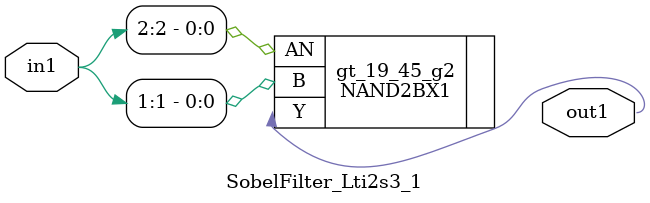
<source format=v>
`timescale 1ps / 1ps


module SobelFilter_Lti2s3_1(in1, out1);
  input [2:0] in1;
  output out1;
  wire [2:0] in1;
  wire out1;
  NAND2BX1 gt_19_45_g2(.AN (in1[2]), .B (in1[1]), .Y (out1));
endmodule


</source>
